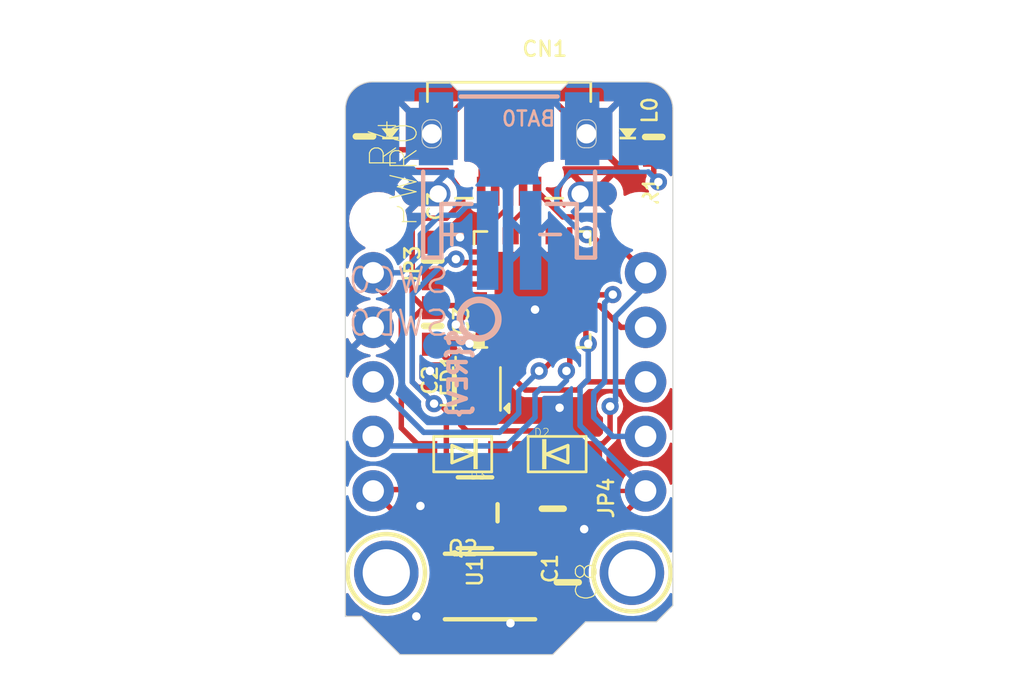
<source format=kicad_pcb>
(kicad_pcb (version 20221018) (generator pcbnew)
  (layers (0 "F.Cu" signal) (1 "In1.Cu" signal) (2 "In2.Cu" signal) (3 "In3.Cu" signal) (4 "In4.Cu" signal) (5 "In5.Cu" signal) (6 "In6.Cu" signal) (7 "In7.Cu" signal) (8 "In8.Cu" signal) (9 "In9.Cu" signal) (10 "In10.Cu" signal) (11 "In11.Cu" signal) (12 "In12.Cu" signal) (13 "In13.Cu" signal) (14 "In14.Cu" signal) (31 "B.Cu" signal) (34 "B.Paste" user) (35 "F.Paste" user) (36 "B.SilkS" user "B.Silkscreen") (37 "F.SilkS" user "F.Silkscreen") (38 "B.Mask" user) (39 "F.Mask" user) (44 "Edge.Cuts" user))
  (net 0 "")
  (net 1 "GND")
  (net 2 "D+")
  (net 3 "D-")
  (net 4 "VBUS")
  (net 5 "N$6")
  (net 6 "VBAT")
  (net 7 "VOUT")
  (net 8 "~{RESET}")
  (net 9 "3.3V")
  (net 10 "N$3")
  (net 11 "N$4")
  (net 12 "D1_A0_PA02")
  (net 13 "N$1")
  (net 14 "VDDCORE")
  (net 15 "A3")
  (net 16 "N$2")
  (net 17 "D0_A4_PA08_SDA")
  (net 18 "N$8")
  (net 19 "D4_A2_PA06_TXD_MOSI")
  (net 20 "D3_A3_PA07_RXD_SCK")
  (net 21 "D2_A1_PA09_SCL_MISO")
  (footprint "working:SOT23-5" (layer "F.Cu") (at 146.9136 111.7346 -90)
    (fp_text reference "U1" (at 1.978 0 90) (layer "F.SilkS") (effects (font (size 0.692831 0.692831) (thickness 0.119969)) (justify right)))
    (fp_text value "AP2112K-3.3")
    (pad "1" smd rect (at -0.95 1.3001 270) (size 0.55 1.2) (layers "F.Cu" "F.Paste" "F.Mask") (net 7 "VOUT"))
    (pad "2" smd rect (at 0 1.3001 270) (size 0.55 1.2) (layers "F.Cu" "F.Paste" "F.Mask") (net 1 "GND"))
    (pad "3" smd rect (at 0.95 1.3001 270) (size 0.55 1.2) (layers "F.Cu" "F.Paste" "F.Mask") (net 7 "VOUT"))
    (pad "4" smd rect (at 0.95 -1.3001 270) (size 0.55 1.2) (layers "F.Cu" "F.Paste" "F.Mask"))
    (pad "5" smd rect (at -0.95 -1.3001 270) (size 0.55 1.2) (layers "F.Cu" "F.Paste" "F.Mask") (net 9 "3.3V"))
  )
  (footprint "working:1X05_ROUND_76" (layer "F.Cu") (at 154.8511 105.6386 90)
    (fp_text reference "JP4" (at -6.4262 -1.8288 90) (layer "F.SilkS") (effects (font (size 0.692831 0.692831) (thickness 0.119969)) (justify left)))
    (fp_text value "")
    (pad "1" thru_hole circle (at -5.08 0 180) (size 1.9304 1.9304) (drill 1) (layers "*.Cu" "*.Mask") (net 9 "3.3V"))
    (pad "2" thru_hole circle (at -2.54 0 180) (size 1.9304 1.9304) (drill 1) (layers "*.Cu" "*.Mask") (net 21 "D2_A1_PA09_SCL_MISO"))
    (pad "3" thru_hole circle (at 0 0 180) (size 1.9304 1.9304) (drill 1) (layers "*.Cu" "*.Mask") (net 12 "D1_A0_PA02"))
    (pad "4" thru_hole circle (at 2.54 0 180) (size 1.9304 1.9304) (drill 1) (layers "*.Cu" "*.Mask") (net 17 "D0_A4_PA08_SDA"))
    (pad "5" thru_hole circle (at 5.08 0 180) (size 1.9304 1.9304) (drill 1) (layers "*.Cu" "*.Mask") (net 4 "VBUS"))
  )
  (footprint "working:0805-NO" (layer "F.Cu") (at 151.2316 114.9731 -90)
    (fp_text reference "C8" (at -1 -0.875 90) (layer "F.SilkS") (effects (font (size 0.96268 0.96268) (thickness 0.05332)) (justify right)))
    (fp_text value "10uF")
    (pad "1" smd rect (at -0.95 0 270) (size 1.24 1.5) (layers "F.Cu" "F.Paste" "F.Mask") (net 9 "3.3V"))
    (pad "2" smd rect (at 0.95 0 270) (size 1.24 1.5) (layers "F.Cu" "F.Paste" "F.Mask") (net 1 "GND"))
  )
  (footprint "working:CHIPLED_0603_NOOUTLINE" (layer "F.Cu") (at 142.9766 94.0816 180)
    (fp_text reference "PWR0" (at -0.635 0.635 90) (layer "F.SilkS") (effects (font (size 1.21668 1.21668) (thickness 0.05332)) (justify right)))
    (fp_text value "green")
    (pad "A" smd rect (at 0 0.75 180) (size 0.8 0.8) (layers "F.Cu" "F.Paste" "F.Mask") (net 5 "N$6"))
    (pad "C" smd rect (at 0 -0.75 180) (size 0.8 0.8) (layers "F.Cu" "F.Paste" "F.Mask") (net 1 "GND"))
  )
  (footprint "working:SOD-123FL" (layer "F.Cu") (at 150.7363 109.0041)
    (fp_text reference "D2" (at -1.1 -1) (layer "F.SilkS") (effects (font (size 0.376489 0.376489) (thickness 0.029911)) (justify left)))
    (fp_text value "SCHOTTKY")
    (pad "A" smd rect (at 1.6375 0) (size 0.91 1.22) (layers "F.Cu" "F.Paste" "F.Mask") (net 4 "VBUS"))
    (pad "C" smd rect (at -1.6375 0) (size 0.91 1.22) (layers "F.Cu" "F.Paste" "F.Mask") (net 7 "VOUT"))
  )
  (footprint "working:4UCONN_20329_V2" (layer "F.Cu") (at 148.5011 95.9866 180)
    (fp_text reference "CN1" (at -2.778 5.852) (layer "F.SilkS") (effects (font (size 0.692831 0.692831) (thickness 0.119969)) (justify right)))
    (fp_text value "4U#20329")
    (fp_line (start -4.05 2.15) (end -4.05 1.6) (stroke (width 0.05)) (layer "Edge.Cuts"))
    (fp_line (start -3.7 1.25) (end -3.5 1.25) (stroke (width 0.05)) (layer "Edge.Cuts"))
    (fp_line (start -3.5 2.55) (end -3.7 2.55) (stroke (width 0.05)) (layer "Edge.Cuts"))
    (fp_line (start -3.15 1.6) (end -3.15 2.15) (stroke (width 0.05)) (layer "Edge.Cuts"))
    (fp_line (start 3.15 2.2) (end 3.15 1.6) (stroke (width 0.05)) (layer "Edge.Cuts"))
    (fp_line (start 4.05 1.6) (end 4.05 2.2) (stroke (width 0.05)) (layer "Edge.Cuts"))
    (fp_arc (start -4.05 1.6) (mid -3.947487 1.352513) (end -3.7 1.25) (stroke (width 0.05)) (layer "Edge.Cuts"))
    (fp_arc (start -3.7 2.55) (mid -3.957843 2.422487) (end -4.05 2.15) (stroke (width 0.05)) (layer "Edge.Cuts"))
    (fp_arc (start -3.5 1.25) (mid -3.252513 1.352513) (end -3.15 1.6) (stroke (width 0.05)) (layer "Edge.Cuts"))
    (fp_arc (start -3.15 2.15) (mid -3.242157 2.422487) (end -3.5 2.55) (stroke (width 0.05)) (layer "Edge.Cuts"))
    (fp_arc (start 3.15 1.6) (mid 3.302513 1.331802) (end 3.6 1.25) (stroke (width 0.05)) (layer "Edge.Cuts"))
    (fp_arc (start 3.6 1.25) (mid 3.897487 1.331802) (end 4.05 1.6) (stroke (width 0.05)) (layer "Edge.Cuts"))
    (fp_arc (start 3.6 2.55) (mid 3.302513 2.468198) (end 3.15 2.2) (stroke (width 0.05)) (layer "Edge.Cuts"))
    (fp_arc (start 4.05 2.2) (mid 3.897487 2.468198) (end 3.6 2.55) (stroke (width 0.05)) (layer "Edge.Cuts"))
    (pad "" np_thru_hole circle (at -1.95 0 180) (size 0.7 0.7) (drill 0.7) (layers "*.Cu" "*.Mask"))
    (pad "" np_thru_hole circle (at 1.95 0 180) (size 0.7 0.7) (drill 0.7) (layers "*.Cu" "*.Mask"))
    (pad "BASE@1" smd rect (at -0.75 2 270) (size 2 1) (layers "F.Cu" "F.Paste" "F.Mask") (net 1 "GND"))
    (pad "BASE@2" smd rect (at 0.75 2 270) (size 2 1) (layers "F.Cu" "F.Paste" "F.Mask") (net 1 "GND"))
    (pad "D+" smd rect (at 0 -0.775 180) (size 0.4 1.35) (layers "F.Cu") (net 2 "D+"))
    (pad "D-" smd rect (at -0.65 -0.775 180) (size 0.4 1.35) (layers "F.Cu") (net 3 "D-"))
    (pad "GND" smd rect (at 1.3 -0.775 180) (size 0.4 1.35) (layers "F.Cu") (net 1 "GND"))
    (pad "ID" smd rect (at 0.65 -0.775 180) (size 0.4 1.35) (layers "F.Cu"))
    (pad "SPRT@1" thru_hole oval (at -3.3 -0.9) (size 2.286 1.143) (drill 0.8 (offset 0.5715 0)) (layers "*.Cu" "*.Mask") (net 1 "GND"))
    (pad "SPRT@2" thru_hole oval (at 3.3 -0.9 180) (size 2.286 1.143) (drill 0.8 (offset 0.5715 0)) (layers "*.Cu" "*.Mask") (net 1 "GND"))
    (pad "SPRT@3" thru_hole rect (at -3.6 1.9 270) (size 2.413 2.413) (drill 0.9) (layers "*.Cu" "*.Mask") (net 1 "GND"))
    (pad "SPRT@4" thru_hole rect (at 3.6 1.9 270) (size 2.413 2.413) (drill 0.9) (layers "*.Cu" "*.Mask") (net 1 "GND"))
    (pad "VBUS" smd rect (at -1.3 -0.775 180) (size 0.4 1.35) (layers "F.Cu") (net 4 "VBUS"))
  )
  (footprint "" (layer "F.Cu") (at 154.5971 98.1456)
    (fp_text reference "@HOLE1" hide)
    (fp_text value "" (at 0 0) (layer "F.SilkS") (effects (font (size 1.27 1.27))))
    (pad "" np_thru_hole circle (at 0 0) (size 2.2 2.2) (drill 2.2) (layers "*.Cu" "*.Mask"))
  )
  (footprint "working:APA102_2020" (layer "F.Cu") (at 146.997419 105.9688 90)
    (fp_text reference "LED1" (at -1 -1.3 90) (layer "F.SilkS") (effects (font (size 0.692831 0.692831) (thickness 0.119969)) (justify left)))
    (fp_text value "AP102-2020")
    (pad "1" smd rect (at -0.95 0.75 270) (size 0.7 0.35) (layers "F.Cu" "F.Paste" "F.Mask"))
    (pad "2" smd rect (at -0.95 0 270) (size 0.7 0.35) (layers "F.Cu" "F.Paste" "F.Mask"))
    (pad "3" smd rect (at -0.95 -0.75 270) (size 0.7 0.35) (layers "F.Cu" "F.Paste" "F.Mask") (net 9 "3.3V"))
    (pad "4" smd rect (at 0.95 -0.75 270) (size 0.7 0.35) (layers "F.Cu" "F.Paste" "F.Mask") (net 1 "GND"))
    (pad "5" smd rect (at 0.95 0 270) (size 0.7 0.35) (layers "F.Cu" "F.Paste" "F.Mask") (net 18 "N$8"))
    (pad "6" smd rect (at 0.95 0.75 270) (size 0.7 0.35) (layers "F.Cu" "F.Paste" "F.Mask") (net 15 "A3"))
  )
  (footprint "" (layer "F.Cu") (at 142.4051 98.1456)
    (fp_text reference "@HOLE0" hide)
    (fp_text value "" (at 0 0) (layer "F.SilkS") (effects (font (size 1.27 1.27))))
    (pad "" np_thru_hole circle (at 0 0) (size 2.2 2.2) (drill 2.2) (layers "*.Cu" "*.Mask"))
  )
  (footprint "working:0603-NO" (layer "F.Cu") (at 144.9451 103.0351 -90)
    (fp_text reference "C2" (at 1.778 0.127 90) (layer "F.SilkS") (effects (font (size 0.692831 0.692831) (thickness 0.119969)) (justify right)))
    (fp_text value "1uF")
    (pad "1" smd rect (at -0.85 0 270) (size 1.075 1) (layers "F.Cu" "F.Paste" "F.Mask") (net 9 "3.3V"))
    (pad "2" smd rect (at 0.85 0 270) (size 1.075 1) (layers "F.Cu" "F.Paste" "F.Mask") (net 1 "GND"))
  )
  (footprint "working:SOD-123FL" (layer "F.Cu") (at 146.3421 109.0041 180)
    (fp_text reference "D3" (at -1.1 -1) (layer "F.SilkS") (effects (font (size 0.376489 0.376489) (thickness 0.029911)) (justify right)))
    (fp_text value "SCHOTTKY")
    (pad "A" smd rect (at 1.6375 0 180) (size 0.91 1.22) (layers "F.Cu" "F.Paste" "F.Mask") (net 6 "VBAT"))
    (pad "C" smd rect (at -1.6375 0 180) (size 0.91 1.22) (layers "F.Cu" "F.Paste" "F.Mask") (net 7 "VOUT"))
  )
  (footprint "working:TRINKET_M0_TOP" (layer "F.Cu") (at 140.8811 118.3386)
    (fp_text reference "U$20" hide)
    (fp_text value "" hide)
  )
  (footprint "working:1X05_ROUND_76" (layer "F.Cu") (at 142.1765 105.6386 -90)
    (fp_text reference "JP3" (at -6.4262 -1.8288 90) (layer "F.SilkS") (effects (font (size 0.692831 0.692831) (thickness 0.119969)) (justify right)))
    (fp_text value "")
    (pad "1" thru_hole circle (at -5.08 0) (size 1.9304 1.9304) (drill 1) (layers "*.Cu" "*.Mask") (net 6 "VBAT"))
    (pad "2" thru_hole circle (at -2.54 0) (size 1.9304 1.9304) (drill 1) (layers "*.Cu" "*.Mask") (net 1 "GND"))
    (pad "3" thru_hole circle (at 0 0) (size 1.9304 1.9304) (drill 1) (layers "*.Cu" "*.Mask") (net 19 "D4_A2_PA06_TXD_MOSI"))
    (pad "4" thru_hole circle (at 2.54 0) (size 1.9304 1.9304) (drill 1) (layers "*.Cu" "*.Mask") (net 20 "D3_A3_PA07_RXD_SCK"))
    (pad "5" thru_hole circle (at 5.08 0) (size 1.9304 1.9304) (drill 1) (layers "*.Cu" "*.Mask") (net 8 "~{RESET}"))
  )
  (footprint "working:MOUNTINGHOLE_2.0_PLATED" (layer "F.Cu") (at 154.2161 114.5286)
    (fp_text reference "U$9" hide)
    (fp_text value "MOUNTINGHOLE2.0" hide)
    (pad "P$1" thru_hole circle (at 0 0) (size 3 3) (drill 2.2) (layers "*.Cu" "*.Mask"))
    (zone (net 0) (net_name "") (layer "F.Cu") (connect_pads (clearance 0)) (min_thickness 0.25)
      (keepout (tracks not_allowed) (vias not_allowed) (pads not_allowed) (copperpour not_allowed) (footprints allowed))
      (fill (thermal_gap 0.5) (thermal_bridge_width 0.5))
      (polygon (pts (xy 156.2321 114.5286) (xy 156.21248 114.248027) (xy 156.154004 113.972915) (xy 156.057808 113.708619) (xy 155.925765 113.460283) (xy 155.760446 113.23274) (xy 155.565067 113.03042) (xy 155.343433 112.85726) (xy 155.099856 112.716631) (xy 154.839078 112.61127) (xy 154.566175 112.543228) (xy 154.286457 112.513828) (xy 154.005371 112.523644) (xy 153.728385 112.572484) (xy 153.460893 112.659397) (xy 153.2081 112.782693) (xy 152.974926 112.93997) (xy 152.765911 113.128169) (xy 152.585122 113.343625) (xy 152.436078 113.582145) (xy 152.32168 113.839087) (xy 152.244154 114.10945) (xy 152.205011 114.387971) (xy 152.205011 114.669229) (xy 152.244154 114.94775) (xy 152.32168 115.218113) (xy 152.436078 115.475055) (xy 152.585122 115.713575) (xy 152.765911 115.929031) (xy 152.974926 116.11723) (xy 153.2081 116.274507) (xy 153.460893 116.397803) (xy 153.728385 116.484716) (xy 154.005371 116.533556) (xy 154.286457 116.543372) (xy 154.566175 116.513972) (xy 154.839078 116.44593) (xy 155.099856 116.340569) (xy 155.343433 116.19994) (xy 155.565067 116.02678) (xy 155.760446 115.82446) (xy 155.925765 115.596917) (xy 156.057808 115.348581) (xy 156.154004 115.084285) (xy 156.21248 114.809173)))
      (polygon (pts (xy 154.2001 114.5286) (xy 154.204786 114.539914) (xy 154.2161 114.5446) (xy 154.227414 114.539914) (xy 154.2321 114.5286) (xy 154.227414 114.517286) (xy 154.2161 114.5126) (xy 154.204786 114.517286)))
    )
    (zone (net 0) (net_name "") (layer "B.Cu") (connect_pads (clearance 0)) (min_thickness 0.25)
      (keepout (tracks not_allowed) (vias not_allowed) (pads not_allowed) (copperpour not_allowed) (footprints allowed))
      (fill (thermal_gap 0.5) (thermal_bridge_width 0.5))
      (polygon (pts (xy 156.2321 114.5286) (xy 156.21248 114.248027) (xy 156.154004 113.972915) (xy 156.057808 113.708619) (xy 155.925765 113.460283) (xy 155.760446 113.23274) (xy 155.565067 113.03042) (xy 155.343433 112.85726) (xy 155.099856 112.716631) (xy 154.839078 112.61127) (xy 154.566175 112.543228) (xy 154.286457 112.513828) (xy 154.005371 112.523644) (xy 153.728385 112.572484) (xy 153.460893 112.659397) (xy 153.2081 112.782693) (xy 152.974926 112.93997) (xy 152.765911 113.128169) (xy 152.585122 113.343625) (xy 152.436078 113.582145) (xy 152.32168 113.839087) (xy 152.244154 114.10945) (xy 152.205011 114.387971) (xy 152.205011 114.669229) (xy 152.244154 114.94775) (xy 152.32168 115.218113) (xy 152.436078 115.475055) (xy 152.585122 115.713575) (xy 152.765911 115.929031) (xy 152.974926 116.11723) (xy 153.2081 116.274507) (xy 153.460893 116.397803) (xy 153.728385 116.484716) (xy 154.005371 116.533556) (xy 154.286457 116.543372) (xy 154.566175 116.513972) (xy 154.839078 116.44593) (xy 155.099856 116.340569) (xy 155.343433 116.19994) (xy 155.565067 116.02678) (xy 155.760446 115.82446) (xy 155.925765 115.596917) (xy 156.057808 115.348581) (xy 156.154004 115.084285) (xy 156.21248 114.809173)))
      (polygon (pts (xy 154.2001 114.5286) (xy 154.204786 114.539914) (xy 154.2161 114.5446) (xy 154.227414 114.539914) (xy 154.2321 114.5286) (xy 154.227414 114.517286) (xy 154.2161 114.5126) (xy 154.204786 114.517286)))
    )
  )
  (footprint "working:FIDUCIAL_1MM" (layer "F.Cu") (at 147.2946 115.2906)
    (fp_text reference "U$6" hide)
    (fp_text value "FIDUCIAL_1MM" hide)
    (pad "1" smd roundrect (at 0 0) (size 1 1) (layers "F.Cu" "F.Mask") (roundrect_rratio 0.5))
  )
  (footprint "working:CHIPLED_0603_NOOUTLINE" (layer "F.Cu") (at 154.0256 94.0816 180)
    (fp_text reference "L0" (at -1.016 1.778 90) (layer "F.SilkS") (effects (font (size 0.692831 0.692831) (thickness 0.119969)) (justify right)))
    (fp_text value "red")
    (pad "A" smd rect (at 0 0.75 180) (size 0.8 0.8) (layers "F.Cu" "F.Paste" "F.Mask") (net 13 "N$1"))
    (pad "C" smd rect (at 0 -0.75 180) (size 0.8 0.8) (layers "F.Cu" "F.Paste" "F.Mask") (net 1 "GND"))
  )
  (footprint "working:MOUNTINGHOLE_2.0_PLATED" (layer "F.Cu") (at 142.7861 114.5286)
    (fp_text reference "U$8" hide)
    (fp_text value "MOUNTINGHOLE2.0" hide)
    (pad "P$1" thru_hole circle (at 0 0) (size 3 3) (drill 2.2) (layers "*.Cu" "*.Mask"))
    (zone (net 0) (net_name "") (layer "F.Cu") (connect_pads (clearance 0)) (min_thickness 0.25)
      (keepout (tracks not_allowed) (vias not_allowed) (pads not_allowed) (copperpour not_allowed) (footprints allowed))
      (fill (thermal_gap 0.5) (thermal_bridge_width 0.5))
      (polygon (pts (xy 144.8021 114.5286) (xy 144.78248 114.248027) (xy 144.724004 113.972915) (xy 144.627808 113.708619) (xy 144.495765 113.460283) (xy 144.330446 113.23274) (xy 144.135067 113.03042) (xy 143.913433 112.85726) (xy 143.669856 112.716631) (xy 143.409078 112.61127) (xy 143.136175 112.543228) (xy 142.856457 112.513828) (xy 142.575371 112.523644) (xy 142.298385 112.572484) (xy 142.030893 112.659397) (xy 141.7781 112.782693) (xy 141.544926 112.93997) (xy 141.335911 113.128169) (xy 141.155122 113.343625) (xy 141.006078 113.582145) (xy 140.89168 113.839087) (xy 140.814154 114.10945) (xy 140.775011 114.387971) (xy 140.775011 114.669229) (xy 140.814154 114.94775) (xy 140.89168 115.218113) (xy 141.006078 115.475055) (xy 141.155122 115.713575) (xy 141.335911 115.929031) (xy 141.544926 116.11723) (xy 141.7781 116.274507) (xy 142.030893 116.397803) (xy 142.298385 116.484716) (xy 142.575371 116.533556) (xy 142.856457 116.543372) (xy 143.136175 116.513972) (xy 143.409078 116.44593) (xy 143.669856 116.340569) (xy 143.913433 116.19994) (xy 144.135067 116.02678) (xy 144.330446 115.82446) (xy 144.495765 115.596917) (xy 144.627808 115.348581) (xy 144.724004 115.084285) (xy 144.78248 114.809173)))
      (polygon (pts (xy 142.7701 114.5286) (xy 142.774786 114.539914) (xy 142.7861 114.5446) (xy 142.797414 114.539914) (xy 142.8021 114.5286) (xy 142.797414 114.517286) (xy 142.7861 114.5126) (xy 142.774786 114.517286)))
    )
    (zone (net 0) (net_name "") (layer "B.Cu") (connect_pads (clearance 0)) (min_thickness 0.25)
      (keepout (tracks not_allowed) (vias not_allowed) (pads not_allowed) (copperpour not_allowed) (footprints allowed))
      (fill (thermal_gap 0.5) (thermal_bridge_width 0.5))
      (polygon (pts (xy 144.8021 114.5286) (xy 144.78248 114.248027) (xy 144.724004 113.972915) (xy 144.627808 113.708619) (xy 144.495765 113.460283) (xy 144.330446 113.23274) (xy 144.135067 113.03042) (xy 143.913433 112.85726) (xy 143.669856 112.716631) (xy 143.409078 112.61127) (xy 143.136175 112.543228) (xy 142.856457 112.513828) (xy 142.575371 112.523644) (xy 142.298385 112.572484) (xy 142.030893 112.659397) (xy 141.7781 112.782693) (xy 141.544926 112.93997) (xy 141.335911 113.128169) (xy 141.155122 113.343625) (xy 141.006078 113.582145) (xy 140.89168 113.839087) (xy 140.814154 114.10945) (xy 140.775011 114.387971) (xy 140.775011 114.669229) (xy 140.814154 114.94775) (xy 140.89168 115.218113) (xy 141.006078 115.475055) (xy 141.155122 115.713575) (xy 141.335911 115.929031) (xy 141.544926 116.11723) (xy 141.7781 116.274507) (xy 142.030893 116.397803) (xy 142.298385 116.484716) (xy 142.575371 116.533556) (xy 142.856457 116.543372) (xy 143.136175 116.513972) (xy 143.409078 116.44593) (xy 143.669856 116.340569) (xy 143.913433 116.19994) (xy 144.135067 116.02678) (xy 144.330446 115.82446) (xy 144.495765 115.596917) (xy 144.627808 115.348581) (xy 144.724004 115.084285) (xy 144.78248 114.809173)))
      (polygon (pts (xy 142.7701 114.5286) (xy 142.774786 114.539914) (xy 142.7861 114.5446) (xy 142.797414 114.539914) (xy 142.8021 114.5286) (xy 142.797414 114.517286) (xy 142.7861 114.5126) (xy 142.774786 114.517286)))
    )
  )
  (footprint "working:0603-NO" (layer "F.Cu") (at 155.2321 94.234 -90)
    (fp_text reference "R1" (at 1.778004 0.127 90) (layer "F.SilkS") (effects (font (size 0.692831 0.692831) (thickness 0.119969)) (justify right)))
    (fp_text value "1.5K")
    (pad "1" smd rect (at -0.85 0 270) (size 1.075 1) (layers "F.Cu" "F.Paste" "F.Mask") (net 13 "N$1"))
    (pad "2" smd rect (at 0.85 0 270) (size 1.075 1) (layers "F.Cu" "F.Paste" "F.Mask") (net 16 "N$2"))
  )
  (footprint "working:BTN_KMR2_4.6X2.8" (layer "F.Cu") (at 147.6121 115.168681)
    (fp_text reference "Q2" (at -2.032 -1.778) (layer "F.SilkS") (effects (font (size 0.692831 0.692831) (thickness 0.119969)) (justify left)))
    (fp_text value "reset")
    (pad "A" smd rect (at 2.05 -0.8) (size 0.9 0.9) (layers "F.Cu" "F.Paste" "F.Mask") (net 8 "~{RESET}"))
    (pad "A'" smd rect (at -2.05 -0.8) (size 0.9 0.9) (layers "F.Cu" "F.Paste" "F.Mask") (net 8 "~{RESET}"))
    (pad "B" smd rect (at 2.05 0.8) (size 0.9 0.9) (layers "F.Cu" "F.Paste" "F.Mask") (net 1 "GND"))
    (pad "B'" smd rect (at -2.05 0.8) (size 0.9 0.9) (layers "F.Cu" "F.Paste" "F.Mask") (net 1 "GND"))
  )
  (footprint "working:QFN32_5MM" (layer "F.Cu") (at 149.572981 101.335841 90)
    (fp_text reference "IC3" (at -2.54 -3.297999 90) (layer "F.SilkS") (effects (font (size 0.692831 0.692831) (thickness 0.119969)) (justify left)))
    (fp_text value "ATSAMD21E")
    (pad "1" smd rect (at -2.5 -1.75 180) (size 0.25 0.8) (layers "F.Cu" "F.Paste") (net 15 "A3"))
    (pad "2" smd rect (at -2.5 -1.25 180) (size 0.25 0.8) (layers "F.Cu" "F.Paste") (net 18 "N$8"))
    (pad "3" smd rect (at -2.5 -0.75 180) (size 0.25 0.8) (layers "F.Cu" "F.Paste") (net 12 "D1_A0_PA02"))
    (pad "4" smd rect (at -2.5 -0.25 180) (size 0.25 0.8) (layers "F.Cu" "F.Paste"))
    (pad "5" smd rect (at -2.5 0.25 180) (size 0.25 0.8) (layers "F.Cu" "F.Paste"))
    (pad "6" smd rect (at -2.5 0.75 180) (size 0.25 0.8) (layers "F.Cu" "F.Paste"))
    (pad "7" smd rect (at -2.5 1.25 180) (size 0.25 0.8) (layers "F.Cu" "F.Paste") (net 19 "D4_A2_PA06_TXD_MOSI"))
    (pad "8" smd rect (at -2.5 1.75 180) (size 0.25 0.8) (layers "F.Cu" "F.Paste") (net 20 "D3_A3_PA07_RXD_SCK"))
    (pad "9" smd rect (at -1.75 2.5 270) (size 0.25 0.8) (layers "F.Cu" "F.Paste") (net 9 "3.3V"))
    (pad "10" smd rect (at -1.25 2.5 270) (size 0.25 0.8) (layers "F.Cu" "F.Paste") (net 1 "GND"))
    (pad "11" smd rect (at -0.75 2.5 270) (size 0.25 0.8) (layers "F.Cu" "F.Paste") (net 17 "D0_A4_PA08_SDA"))
    (pad "12" smd rect (at -0.25 2.5 270) (size 0.25 0.8) (layers "F.Cu" "F.Paste") (net 21 "D2_A1_PA09_SCL_MISO"))
    (pad "13" smd rect (at 0.25 2.5 270) (size 0.25 0.8) (layers "F.Cu" "F.Paste") (net 16 "N$2"))
    (pad "14" smd rect (at 0.75 2.5 270) (size 0.25 0.8) (layers "F.Cu" "F.Paste"))
    (pad "15" smd rect (at 1.25 2.5 270) (size 0.25 0.8) (layers "F.Cu" "F.Paste"))
    (pad "16" smd rect (at 1.75 2.5 270) (size 0.25 0.8) (layers "F.Cu" "F.Paste"))
    (pad "17" smd rect (at 2.5 1.75) (size 0.25 0.8) (layers "F.Cu" "F.Paste"))
    (pad "18" smd rect (at 2.5 1.25) (size 0.25 0.8) (layers "F.Cu" "F.Paste"))
    (pad "19" smd rect (at 2.5 0.75) (size 0.25 0.8) (layers "F.Cu" "F.Paste"))
    (pad "20" smd rect (at 2.5 0.25) (size 0.25 0.8) (layers "F.Cu" "F.Paste"))
    (pad "21" smd rect (at 2.5 -0.25) (size 0.25 0.8) (layers "F.Cu" "F.Paste"))
    (pad "22" smd rect (at 2.5 -0.75) (size 0.25 0.8) (layers "F.Cu" "F.Paste"))
    (pad "23" smd rect (at 2.5 -1.25) (size 0.25 0.8) (layers "F.Cu" "F.Paste") (net 3 "D-"))
    (pad "24" smd rect (at 2.5 -1.75) (size 0.25 0.8) (layers "F.Cu" "F.Paste") (net 2 "D+"))
    (pad "25" smd rect (at 1.75 -2.5 90) (size 0.25 0.8) (layers "F.Cu" "F.Paste"))
    (pad "26" smd rect (at 1.25 -2.5 90) (size 0.25 0.8) (layers "F.Cu" "F.Paste") (net 8 "~{RESET}"))
    (pad "27" smd rect (at 0.75 -2.5 90) (size 0.25 0.8) (layers "F.Cu" "F.Paste"))
    (pad "28" smd rect (at 0.25 -2.5 90) (size 0.25 0.8) (layers "F.Cu" "F.Paste") (net 1 "GND"))
    (pad "29" smd rect (at -0.25 -2.5 90) (size 0.25 0.8) (layers "F.Cu" "F.Paste") (net 14 "VDDCORE"))
    (pad "30" smd rect (at -0.75 -2.5 90) (size 0.25 0.8) (layers "F.Cu" "F.Paste") (net 9 "3.3V"))
    (pad "31" smd rect (at -1.25 -2.5 90) (size 0.25 0.8) (layers "F.Cu" "F.Paste") (net 10 "N$3"))
    (pad "32" smd rect (at -1.75 -2.5 90) (size 0.25 0.8) (layers "F.Cu" "F.Paste") (net 11 "N$4"))
    (pad "33" smd roundrect (at 0 0 90) (size 3.5 3.5) (layers "F.Cu" "F.Mask") (roundrect_rratio 0.05) (net 1 "GND"))
  )
  (footprint "working:0805-NO" (layer "F.Cu") (at 150.5331 111.5441 -90)
    (fp_text reference "C1" (at 2.032 0.127 90) (layer "F.SilkS") (effects (font (size 0.692831 0.692831) (thickness 0.119969)) (justify right)))
    (fp_text value "10uF")
    (pad "1" smd rect (at -0.95 0 270) (size 1.24 1.5) (layers "F.Cu" "F.Paste" "F.Mask") (net 7 "VOUT"))
    (pad "2" smd rect (at 0.95 0 270) (size 1.24 1.5) (layers "F.Cu" "F.Paste" "F.Mask") (net 1 "GND"))
  )
  (footprint "working:0603-NO" (layer "F.Cu") (at 144.9451 99.9871 90)
    (fp_text reference "C3" (at 1.778 0.127 90) (layer "F.SilkS") (effects (font (size 0.692831 0.692831) (thickness 0.119969)) (justify left)))
    (fp_text value "1uF")
    (pad "1" smd rect (at -0.85 0 90) (size 1.075 1) (layers "F.Cu" "F.Paste" "F.Mask") (net 14 "VDDCORE"))
    (pad "2" smd rect (at 0.85 0 90) (size 1.075 1) (layers "F.Cu" "F.Paste" "F.Mask") (net 1 "GND"))
  )
  (footprint "working:0603-NO" (layer "F.Cu") (at 141.7701 94.2086 -90)
    (fp_text reference "R4" (at -0.889 -0.889 90) (layer "F.SilkS") (effects (font (size 1.21668 1.21668) (thickness 0.05332)) (justify right)))
    (fp_text value "10K")
    (pad "1" smd rect (at -0.85 0 270) (size 1.075 1) (layers "F.Cu" "F.Paste" "F.Mask") (net 5 "N$6"))
    (pad "2" smd rect (at 0.85 0 270) (size 1.075 1) (layers "F.Cu" "F.Paste" "F.Mask") (net 9 "3.3V"))
  )
  (footprint "working:JSTPH2" (layer "B.Cu") (at 148.5011 95.3516 180)
    (fp_text reference "BAT0" (at -2.2225 1.9685) (layer "B.SilkS") (effects (font (size 0.692831 0.692831) (thickness 0.119969)) (justify left mirror)))
    (fp_text value "JST-2PH")
    (pad "1" smd rect (at -1 -3.7 180) (size 1 4.6) (layers "B.Cu" "B.Paste" "B.Mask") (net 1 "GND"))
    (pad "2" smd rect (at 1 -3.7 180) (size 1 4.6) (layers "B.Cu" "B.Paste" "B.Mask") (net 6 "VBAT"))
    (pad "NC1" smd rect (at -3.4 1.5 90) (size 3.4 1.6) (layers "B.Cu" "B.Paste" "B.Mask"))
    (pad "NC2" smd rect (at 3.4 1.5 90) (size 3.4 1.6) (layers "B.Cu" "B.Paste" "B.Mask"))
  )
  (footprint "working:B1,27" (layer "B.Cu") (at 145.1356 101.9302 180)
    (fp_text reference "SWC0" (at -0.635 1.016) (layer "B.SilkS") (effects (font (size 1.1557 1.1557) (thickness 0.1143)) (justify left mirror)))
    (fp_text value "TPB1,27")
    (pad "TP" smd roundrect (at 0 0 180) (size 1.27 1.27) (layers "B.Cu" "B.Mask") (roundrect_rratio 0.5) (net 10 "N$3"))
  )
  (footprint "working:TRINKET_M0_BOTTOM" (layer "B.Cu") (at 156.1211 118.3386 180)
    (fp_text reference "U$1" hide)
    (fp_text value "" hide)
  )
  (footprint "working:B1,27" (layer "B.Cu") (at 145.1356 103.9241 180)
    (fp_text reference "SWD0" (at -0.635 1.016) (layer "B.SilkS") (effects (font (size 1.1557 1.1557) (thickness 0.1143)) (justify left mirror)))
    (fp_text value "TPB1,27")
    (pad "TP" smd roundrect (at 0 0 180) (size 1.27 1.27) (layers "B.Cu" "B.Mask") (roundrect_rratio 0.5) (net 11 "N$4"))
  )
  (footprint "working:PCBFEAT-REV-040" (layer "B.Cu") (at 147.1041 102.7176 90)
    (fp_text reference "U$12" hide)
    (fp_text value "" hide)
    (fp_text user "${REV}" (at -0.3556 -0.508 270) (layer "B.SilkS") (effects (font (size 0.8128 0.8128) (thickness 0.2032)) (justify left bottom mirror)))
  )
  (gr_line (start 150.9141 92.0496) (end 151.2951 91.6686) (stroke (width 0.05)) (layer "Edge.Cuts"))
  (gr_line (start 151.2951 91.6686) (end 154.8511 91.6686) (stroke (width 0.05)) (layer "Edge.Cuts"))
  (gr_arc (start 154.8511 91.6686) (mid 155.749126 92.040574) (end 156.1211 92.9386) (stroke (width 0.05)) (layer "Edge.Cuts"))
  (gr_line (start 150.5331 118.3386) (end 143.4211 118.3386) (stroke (width 0.05)) (layer "Edge.Cuts"))
  (gr_line (start 152.0571 116.8146) (end 150.5331 118.3386) (stroke (width 0.05)) (layer "Edge.Cuts"))
  (gr_line (start 143.4211 118.3386) (end 141.6431 116.5606) (stroke (width 0.05)) (layer "Edge.Cuts"))
  (gr_arc (start 140.8811 92.9386) (mid 141.253074 92.040574) (end 142.1511 91.6686) (stroke (width 0.05)) (layer "Edge.Cuts"))
  (gr_line (start 156.1211 116.0526) (end 155.3591 116.8146) (stroke (width 0.05)) (layer "Edge.Cuts"))
  (gr_line (start 142.1511 91.6686) (end 145.7071 91.6686) (stroke (width 0.05)) (layer "Edge.Cuts"))
  (gr_line (start 155.3591 116.8146) (end 152.0571 116.8146) (stroke (width 0.05)) (layer "Edge.Cuts"))
  (gr_line (start 156.1211 92.9386) (end 156.1211 116.0526) (stroke (width 0.05)) (layer "Edge.Cuts"))
  (gr_line (start 146.0881 92.0496) (end 150.9141 92.0496) (stroke (width 0.05)) (layer "Edge.Cuts"))
  (gr_line (start 145.7071 91.6686) (end 146.0881 92.0496) (stroke (width 0.05)) (layer "Edge.Cuts"))
  (gr_line (start 141.6431 116.5606) (end 140.8811 116.5606) (stroke (width 0.05)) (layer "Edge.Cuts"))
  (gr_line (start 140.8811 116.5606) (end 140.8811 92.9386) (stroke (width 0.05)) (layer "Edge.Cuts"))
  (gr_text "+" (at 146.7231 99.4156) (layer "B.SilkS") (effects (font (size 1.251712 1.251712) (thickness 0.170688)) (justify left bottom mirror)))
  (gr_text "-" (at 151.2951 99.4156) (layer "B.SilkS") (effects (font (size 1.251712 1.251712) (thickness 0.170688)) (justify left bottom mirror)))
  (segment (start 149.322981 101.085841) (end 149.418652 101.104871) (width 0.254) (layer "F.Cu") (net 1))
  (segment (start 149.7076 102.458841) (end 149.7076 102.2731) (width 0.254) (layer "F.Cu") (net 1))
  (segment (start 149.900659 102.562035) (end 149.799199 102.494241) (width 0.254) (layer "F.Cu") (net 1))
  (segment (start 149.499758 101.159064) (end 149.572981 101.335841) (width 0.254) (layer "F.Cu") (net 1))
  (segment (start 150.02034 102.585841) (end 149.900659 102.562035) (width 0.254) (layer "F.Cu") (net 1))
  (segment (start 149.322981 101.085841) (end 149.322981 101.085841) (width 0.254) (layer "F.Cu") (net 1))
  (segment (start 152.072981 102.585841) (end 150.02034 102.585841) (width 0.254) (layer "F.Cu") (net 1))
  (segment (start 147.2011 95.7626) (end 147.7511 95.2126) (width 0.254) (layer "F.Cu") (net 1))
  (segment (start 144.1561 94.8316) (end 144.9011 94.0866) (width 0.254) (layer "F.Cu") (net 1))
  (segment (start 149.799199 102.494241) (end 149.7076 102.2731) (width 0.254) (layer "F.Cu") (net 1))
  (segment (start 149.572981 101.335841) (end 149.572981 102.138482) (width 0.254) (layer "F.Cu") (net 1))
  (segment (start 149.418652 101.104871) (end 149.499758 101.159064) (width 0.254) (layer "F.Cu") (net 1))
  (segment (start 147.072982 101.085841) (end 149.322981 101.085841) (width 0.254) (layer "F.Cu") (net 1))
  (segment (start 149.572981 102.138482) (end 149.7076 102.2731) (width 0.254) (layer "F.Cu") (net 1))
  (segment (start 150.02034 102.585841) (end 150.02034 102.585841) (width 0.254) (layer "F.Cu") (net 1))
  (segment (start 147.2011 96.7616) (end 147.2011 95.7626) (width 0.254) (layer "F.Cu") (net 1))
  (segment (start 142.9766 94.8316) (end 144.1561 94.8316) (width 0.254) (layer "F.Cu") (net 1))
  (segment (start 147.7511 95.2126) (end 147.7511 93.9866) (width 0.254) (layer "F.Cu") (net 1))
  (via (at 150.8506 106.8451) (size 0.8001) (drill 0.3937) (layers "F.Cu" "B.Cu") (net 1))
  (via (at 144.8181 105.1306) (size 0.8001) (drill 0.3937) (layers "F.Cu" "B.Cu") (net 1))
  (via (at 149.7076 102.2731) (size 0.8001) (drill 0.3937) (layers "F.Cu" "B.Cu") (net 1))
  (via (at 144.3736 111.4171) (size 0.8001) (drill 0.3937) (layers "F.Cu" "B.Cu") (net 1))
  (via (at 146.2151 98.9076) (size 0.8001) (drill 0.3937) (layers "F.Cu" "B.Cu") (net 1))
  (via (at 151.9936 112.4966) (size 0.8001) (drill 0.3937) (layers "F.Cu" "B.Cu") (net 1))
  (via (at 148.5646 116.8781) (size 0.8001) (drill 0.3937) (layers "F.Cu" "B.Cu") (net 1))
  (via (at 144.1831 116.5606) (size 0.8001) (drill 0.3937) (layers "F.Cu" "B.Cu") (net 1))
  (segment (start 143.5591 96.8866) (end 142.9131 96.2406) (width 0.254) (layer "B.Cu") (net 1))
  (segment (start 145.2011 96.8866) (end 143.5591 96.8866) (width 0.254) (layer "B.Cu") (net 1))
  (segment (start 148.4376 97.5106) (end 148.4376 96.8251) (width 0.2032) (layer "F.Cu") (net 2))
  (segment (start 148.4376 96.8251) (end 148.5011 96.7616) (width 0.254) (layer "F.Cu") (net 2))
  (segment (start 147.822982 98.835841) (end 147.822982 98.125219) (width 0.2032) (layer "F.Cu") (net 2))
  (segment (start 147.822982 98.125219) (end 148.4376 97.5106) (width 0.2032) (layer "F.Cu") (net 2))
  (segment (start 149.1511 97.6861) (end 148.7551 98.0821) (width 0.2032) (layer "F.Cu") (net 3))
  (segment (start 149.1511 96.7616) (end 149.1511 97.6861) (width 0.2032) (layer "F.Cu") (net 3))
  (segment (start 148.322982 98.260219) (end 148.5011 98.0821) (width 0.2032) (layer "F.Cu") (net 3))
  (segment (start 148.322982 98.835841) (end 148.322982 98.260219) (width 0.2032) (layer "F.Cu") (net 3))
  (segment (start 148.7551 98.0821) (end 148.5011 98.0821) (width 0.2032) (layer "F.Cu") (net 3))
  (segment (start 153.2001 108.1778) (end 153.2001 106.7816) (width 0.254) (layer "F.Cu") (net 4))
  (segment (start 149.8011 96.7616) (end 150.9946 97.9551) (width 0.254) (layer "F.Cu") (net 4))
  (segment (start 152.3738 109.0041) (end 153.2001 108.1778) (width 0.254) (layer "F.Cu") (net 4))
  (segment (start 150.9946 97.9551) (end 152.7556 97.9551) (width 0.254) (layer "F.Cu") (net 4))
  (segment (start 152.9461 98.1456) (end 152.9461 98.6536) (width 0.254) (layer "F.Cu") (net 4))
  (segment (start 152.9461 98.6536) (end 154.8511 100.5586) (width 0.254) (layer "F.Cu") (net 4))
  (segment (start 152.7556 97.9551) (end 152.9461 98.1456) (width 0.254) (layer "F.Cu") (net 4))
  (via (at 153.2001 106.7816) (size 0.8001) (drill 0.3937) (layers "F.Cu" "B.Cu") (net 4))
  (segment (start 154.8511 100.5586) (end 154.8511 101.1936) (width 0.254) (layer "B.Cu") (net 4))
  (segment (start 153.4541 102.5906) (end 153.4541 106.5276) (width 0.254) (layer "B.Cu") (net 4))
  (segment (start 154.8511 101.1936) (end 153.4541 102.5906) (width 0.254) (layer "B.Cu") (net 4))
  (segment (start 153.4541 106.5276) (end 153.2001 106.7816) (width 0.254) (layer "B.Cu") (net 4))
  (segment (start 142.9766 93.3586) (end 142.9766 93.3316) (width 0.254) (layer "F.Cu") (net 5))
  (segment (start 141.7701 93.3586) (end 142.9766 93.3586) (width 0.254) (layer "F.Cu") (net 5))
  (segment (start 142.1765 101.0285) (end 142.1765 100.5586) (width 0.254) (layer "F.Cu") (net 6))
  (segment (start 143.4846 107.7841) (end 143.4846 102.3366) (width 0.254) (layer "F.Cu") (net 6))
  (segment (start 143.4846 107.7841) (end 144.7046 109.0041) (width 0.254) (layer "F.Cu") (net 6))
  (segment (start 143.4846 102.3366) (end 142.1765 101.0285) (width 0.254) (layer "F.Cu") (net 6))
  (segment (start 144.3736 98.7806) (end 145.2753 97.8789) (width 0.254) (layer "B.Cu") (net 6))
  (segment (start 143.4846 100.5586) (end 144.3736 99.6696) (width 0.254) (layer "B.Cu") (net 6))
  (segment (start 145.2753 97.8789) (end 146.1008 97.8789) (width 0.254) (layer "B.Cu") (net 6))
  (segment (start 142.1765 100.5586) (end 143.4846 100.5586) (width 0.254) (layer "B.Cu") (net 6))
  (segment (start 146.5326 97.4471) (end 147.4851 97.4471) (width 0.254) (layer "B.Cu") (net 6))
  (segment (start 147.5011 97.4631) (end 147.5011 99.0516) (width 0.254) (layer "B.Cu") (net 6))
  (segment (start 144.3736 99.6696) (end 144.3736 98.7806) (width 0.254) (layer "B.Cu") (net 6))
  (segment (start 147.4851 97.4471) (end 147.5011 97.4631) (width 0.254) (layer "B.Cu") (net 6))
  (segment (start 146.1008 97.8789) (end 146.5326 97.4471) (width 0.254) (layer "B.Cu") (net 6))
  (segment (start 147.9796 109.0041) (end 149.0988 109.0041) (width 0.254) (layer "F.Cu") (net 7))
  (segment (start 146.7891 112.6846) (end 146.9136 112.5601) (width 0.254) (layer "F.Cu") (net 7))
  (segment (start 145.6135 112.6846) (end 146.7891 112.6846) (width 0.254) (layer "F.Cu") (net 7))
  (segment (start 146.0856 110.7846) (end 145.6135 110.7846) (width 0.254) (layer "F.Cu") (net 7))
  (segment (start 147.9796 109.0041) (end 147.9796 108.8906) (width 0.254) (layer "F.Cu") (net 7))
  (segment (start 150.5331 110.5941) (end 149.0988 109.1598) (width 0.254) (layer "F.Cu") (net 7))
  (segment (start 149.0988 109.0041) (end 149.0988 109.0963) (width 0.254) (layer "F.Cu") (net 7))
  (segment (start 145.616 110.7821) (end 145.6135 110.7846) (width 0.254) (layer "F.Cu") (net 7))
  (segment (start 146.7866 110.7821) (end 145.616 110.7821) (width 0.254) (layer "F.Cu") (net 7))
  (segment (start 147.9796 108.8906) (end 146.0856 110.7846) (width 0.254) (layer "F.Cu") (net 7))
  (segment (start 146.9136 112.5601) (end 146.9136 110.9091) (width 0.254) (layer "F.Cu") (net 7))
  (segment (start 149.0988 109.1598) (end 149.0988 109.0041) (width 0.254) (layer "F.Cu") (net 7))
  (segment (start 146.9136 110.9091) (end 146.7866 110.7821) (width 0.254) (layer "F.Cu") (net 7))
  (segment (start 147.072982 100.085841) (end 146.123341 100.085841) (width 0.254) (layer "F.Cu") (net 8))
  (segment (start 143.8656 110.6551) (end 142.24 110.6551) (width 0.254) (layer "F.Cu") (net 8))
  (segment (start 145.5801 109.7026) (end 145.2626 110.0201) (width 0.254) (layer "F.Cu") (net 8))
  (segment (start 145.2626 110.0201) (end 144.5006 110.0201) (width 0.254) (layer "F.Cu") (net 8))
  (segment (start 145.5621 114.1042) (end 145.5621 114.368681) (width 0.254) (layer "F.Cu") (net 8))
  (segment (start 145.5801 106.9721) (end 145.5801 109.7026) (width 0.254) (layer "F.Cu") (net 8))
  (segment (start 146.123341 100.085841) (end 146.062349 100.052484) (width 0.254) (layer "F.Cu") (net 8))
  (segment (start 144.5006 110.0201) (end 143.8656 110.6551) (width 0.254) (layer "F.Cu") (net 8))
  (segment (start 145.2626 106.6546) (end 145.0086 106.6546) (width 0.254) (layer "F.Cu") (net 8))
  (segment (start 142.24 110.6551) (end 142.1765 110.7186) (width 0.254) (layer "F.Cu") (net 8))
  (segment (start 146.026207 99.993099) (end 146.0246 99.9236) (width 0.254) (layer "F.Cu") (net 8))
  (segment (start 146.1516 114.0206) (end 145.803519 114.368681) (width 0.254) (layer "F.Cu") (net 8))
  (segment (start 146.123341 100.085841) (end 146.123341 100.085841) (width 0.254) (layer "F.Cu") (net 8))
  (segment (start 146.062349 100.052484) (end 146.026207 99.993099) (width 0.254) (layer "F.Cu") (net 8))
  (segment (start 149.314018 114.0206) (end 146.1516 114.0206) (width 0.254) (layer "F.Cu") (net 8))
  (segment (start 145.5801 106.9721) (end 145.2626 106.6546) (width 0.254) (layer "F.Cu") (net 8))
  (segment (start 145.803519 114.368681) (end 145.5621 114.368681) (width 0.254) (layer "F.Cu") (net 8))
  (segment (start 149.6621 114.368681) (end 149.314018 114.0206) (width 0.254) (layer "F.Cu") (net 8))
  (segment (start 142.1765 110.7186) (end 145.5621 114.1042) (width 0.254) (layer "F.Cu") (net 8))
  (via (at 145.0086 106.6546) (size 0.8001) (drill 0.3937) (layers "F.Cu" "B.Cu") (net 8))
  (via (at 146.0246 99.9236) (size 0.8001) (drill 0.3937) (layers "F.Cu" "B.Cu") (net 8))
  (segment (start 143.9926 105.6386) (end 145.0086 106.6546) (width 0.254) (layer "B.Cu") (net 8))
  (segment (start 143.9926 101.5746) (end 143.9926 105.6386) (width 0.254) (layer "B.Cu") (net 8))
  (segment (start 146.0246 99.9236) (end 145.6436 99.9236) (width 0.254) (layer "B.Cu") (net 8))
  (segment (start 145.6436 99.9236) (end 143.9926 101.5746) (width 0.254) (layer "B.Cu") (net 8))
  (segment (start 150.8506 107.9246) (end 151.5491 108.6231) (width 0.2032) (layer "F.Cu") (net 9))
  (segment (start 149.2631 113.2586) (end 149.5171 113.5126) (width 0.254) (layer "F.Cu") (net 9))
  (segment (start 149.2631 111.2901) (end 149.2631 113.2586) (width 0.254) (layer "F.Cu") (net 9))
  (segment (start 143.9926 101.6381) (end 144.4371 102.0826) (width 0.254) (layer "F.Cu") (net 9))
  (segment (start 150.7871 113.5126) (end 151.2316 113.9571) (width 0.254) (layer "F.Cu") (net 9))
  (segment (start 145.6055 95.7961) (end 146.3421 96.8121) (width 0.2032) (layer "F.Cu") (net 9))
  (segment (start 144.9451 102.1851) (end 144.5251 102.1851) (width 0.254) (layer "F.Cu") (net 9))
  (segment (start 144.3736 98.0186) (end 143.9926 98.3996) (width 0.254) (layer "F.Cu") (net 9))
  (segment (start 141.7701 95.0586) (end 142.5076 95.7961) (width 0.254) (layer "F.Cu") (net 9))
  (segment (start 149.2631 111.2901) (end 148.7576 110.7846) (width 0.254) (layer "F.Cu") (net 9))
  (segment (start 146.247419 106.623418) (end 146.247419 106.9188) (width 0.254) (layer "F.Cu") (net 9))
  (segment (start 146.247419 107.639418) (end 146.247419 106.9188) (width 0.254) (layer "F.Cu") (net 9))
  (segment (start 149.5171 113.5126) (end 150.7871 113.5126) (width 0.254) (layer "F.Cu") (net 9))
  (segment (start 150.8506 107.9246) (end 146.5326 107.9246) (width 0.254) (layer "F.Cu") (net 9))
  (segment (start 143.9926 98.3996) (end 143.9926 101.6381) (width 0.254) (layer "F.Cu") (net 9))
  (segment (start 152.072981 103.749482) (end 152.1841 103.8606) (width 0.254) (layer "F.Cu") (net 9))
  (segment (start 151.2316 113.9571) (end 151.2316 114.0231) (width 0.254) (layer "F.Cu") (net 9))
  (segment (start 145.5801 98.0186) (end 144.3736 98.0186) (width 0.254) (layer "F.Cu") (net 9))
  (segment (start 151.6101 114.0231) (end 154.8511 110.7821) (width 0.254) (layer "F.Cu") (net 9))
  (segment (start 145.5166 105.8926) (end 146.247419 106.623418) (width 0.254) (layer "F.Cu") (net 9))
  (segment (start 144.8426 102.0826) (end 144.9451 102.1851) (width 0.254) (layer "F.Cu") (net 9))
  (segment (start 146.5326 107.9246) (end 146.247419 107.639418) (width 0.254) (layer "F.Cu") (net 9))
  (segment (start 146.3421 97.2566) (end 145.5801 98.0186) (width 0.254) (layer "F.Cu") (net 9))
  (segment (start 144.4371 102.0826) (end 144.8426 102.0826) (width 0.254) (layer "F.Cu") (net 9))
  (segment (start 146.3421 96.8121) (end 146.3421 97.2566) (width 0.254) (layer "F.Cu") (net 9))
  (segment (start 148.7576 110.7846) (end 148.2137 110.7846) (width 0.254) (layer "F.Cu") (net 9))
  (segment (start 151.6101 114.0231) (end 151.2316 114.0231) (width 0.254) (layer "F.Cu") (net 9))
  (segment (start 147.072982 102.085841) (end 145.04436 102.085841) (width 0.254) (layer "F.Cu") (net 9))
  (segment (start 152.072981 103.085841) (end 152.072981 103.749482) (width 0.254) (layer "F.Cu") (net 9))
  (segment (start 154.8511 110.7821) (end 154.8511 110.7186) (width 0.254) (layer "F.Cu") (net 9))
  (segment (start 144.5251 102.1851) (end 143.9926 102.7176) (width 0.254) (layer "F.Cu") (net 9))
  (segment (start 143.9926 102.7176) (end 143.9926 105.6386) (width 0.254) (layer "F.Cu") (net 9))
  (segment (start 143.9926 105.6386) (end 144.2466 105.8926) (width 0.254) (layer "F.Cu") (net 9))
  (segment (start 146.247419 106.686918) (end 146.247419 106.9188) (width 0.254) (layer "F.Cu") (net 9))
  (segment (start 152.5651 110.7186) (end 154.8511 110.7186) (width 0.2032) (layer "F.Cu") (net 9))
  (segment (start 151.5491 108.6231) (end 151.5491 109.7026) (width 0.2032) (layer "F.Cu") (net 9))
  (segment (start 144.2466 105.8926) (end 145.5166 105.8926) (width 0.254) (layer "F.Cu") (net 9))
  (segment (start 142.5076 95.7961) (end 145.6055 95.7961) (width 0.254) (layer "F.Cu") (net 9))
  (segment (start 145.04436 102.085841) (end 144.9451 102.1851) (width 0.254) (layer "F.Cu") (net 9))
  (segment (start 151.5491 109.7026) (end 152.5651 110.7186) (width 0.2032) (layer "F.Cu") (net 9))
  (via (at 152.1841 103.8606) (size 0.8001) (drill 0.3937) (layers "F.Cu" "B.Cu") (net 9))
  (segment (start 151.8031 107.6706) (end 154.8511 110.7186) (width 0.254) (layer "B.Cu") (net 9))
  (segment (start 151.8031 105.8926) (end 151.8031 107.6706) (width 0.254) (layer "B.Cu") (net 9))
  (segment (start 152.1841 103.8606) (end 152.1841 105.5116) (width 0.254) (layer "B.Cu") (net 9))
  (segment (start 152.1841 105.5116) (end 151.8031 105.8926) (width 0.254) (layer "B.Cu") (net 9))
  (segment (start 146.41036 102.585841) (end 146.0246 102.9716) (width 0.254) (layer "F.Cu") (net 10))
  (segment (start 147.072982 102.585841) (end 146.41036 102.585841) (width 0.254) (layer "F.Cu") (net 10))
  (via (at 146.0246 102.9716) (size 0.8001) (drill 0.3937) (layers "F.Cu" "B.Cu") (net 10))
  (segment (start 145.1356 101.9556) (end 146.0246 102.8446) (width 0.254) (layer "B.Cu") (net 10))
  (segment (start 145.1356 101.9302) (end 145.1356 101.9556) (width 0.254) (layer "B.Cu") (net 10))
  (segment (start 146.0246 102.8827) (end 146.0246 102.9716) (width 0.254) (layer "B.Cu") (net 10))
  (segment (start 146.0246 102.8446) (end 146.0246 102.8827) (width 0.254) (layer "B.Cu") (net 10))
  (segment (start 147.072982 103.085841) (end 147.072982 103.447219) (width 0.254) (layer "F.Cu") (net 11))
  (segment (start 147.072982 103.447219) (end 146.6596 103.8606) (width 0.254) (layer "F.Cu") (net 11))
  (via (at 146.6596 103.8606) (size 0.8001) (drill 0.3937) (layers "F.Cu" "B.Cu") (net 11))
  (segment (start 145.1356 103.9241) (end 145.1991 103.8606) (width 0.254) (layer "B.Cu") (net 11))
  (segment (start 145.1991 103.8606) (end 146.6596 103.8606) (width 0.254) (layer "B.Cu") (net 11))
  (segment (start 152.0571 105.6386) (end 154.8511 105.6386) (width 0.254) (layer "F.Cu") (net 12))
  (segment (start 151.6761 106.0196) (end 152.0571 105.6386) (width 0.254) (layer "F.Cu") (net 12))
  (segment (start 149.2631 106.0196) (end 151.6761 106.0196) (width 0.254) (layer "F.Cu") (net 12))
  (segment (start 148.822981 103.835841) (end 148.822981 105.579481) (width 0.254) (layer "F.Cu") (net 12))
  (segment (start 148.822981 105.579481) (end 149.2631 106.0196) (width 0.254) (layer "F.Cu") (net 12))
  (segment (start 154.078 93.384) (end 155.2321 93.384) (width 0.254) (layer "F.Cu") (net 13))
  (segment (start 154.0256 93.3316) (end 154.078 93.384) (width 0.254) (layer "F.Cu") (net 13))
  (segment (start 147.072982 101.585841) (end 146.226341 101.585841) (width 0.254) (layer "F.Cu") (net 14))
  (segment (start 145.4776 100.8371) (end 144.9451 100.8371) (width 0.254) (layer "F.Cu") (net 14))
  (segment (start 146.226341 101.585841) (end 145.4776 100.8371) (width 0.254) (layer "F.Cu") (net 14))
  (segment (start 147.747419 103.911404) (end 147.747419 105.0188) (width 0.254) (layer "F.Cu") (net 15))
  (segment (start 147.822982 103.835841) (end 147.747419 103.911404) (width 0.254) (layer "F.Cu") (net 15))
  (segment (start 152.9461 100.8126) (end 152.672859 101.085841) (width 0.254) (layer "F.Cu") (net 16))
  (segment (start 152.672859 101.085841) (end 152.072981 101.085841) (width 0.254) (layer "F.Cu") (net 16))
  (segment (start 152.9461 99.4156) (end 152.9461 100.8126) (width 0.254) (layer "F.Cu") (net 16))
  (segment (start 152.3111 98.7806) (end 152.9461 99.4156) (width 0.254) (layer "F.Cu") (net 16))
  (segment (start 155.2321 96.1136) (end 155.448 96.3295) (width 0.254) (layer "F.Cu") (net 16))
  (segment (start 155.2321 95.084) (end 155.2321 96.1136) (width 0.254) (layer "F.Cu") (net 16))
  (segment (start 152.3111 98.7806) (end 152.1206 98.7806) (width 0.254) (layer "F.Cu") (net 16))
  (via (at 155.448 96.3295) (size 0.8001) (drill 0.3937) (layers "F.Cu" "B.Cu") (net 16))
  (via (at 152.1206 98.7806) (size 0.8001) (drill 0.3937) (layers "F.Cu" "B.Cu") (net 16))
  (segment (start 151.9301 98.7806) (end 152.1206 98.7806) (width 0.254) (layer "B.Cu") (net 16))
  (segment (start 151.3586 95.8596) (end 150.7236 96.6978) (width 0.2032) (layer "B.Cu") (net 16))
  (segment (start 151.3586 95.8596) (end 154.9781 95.8596) (width 0.2032) (layer "B.Cu") (net 16))
  (segment (start 154.9781 95.8596) (end 155.448 96.3295) (width 0.254) (layer "B.Cu") (net 16))
  (segment (start 150.7236 97.5741) (end 151.9301 98.7806) (width 0.254) (layer "B.Cu") (net 16))
  (segment (start 150.7236 96.6978) (end 150.7236 97.5741) (width 0.254) (layer "B.Cu") (net 16))
  (segment (start 152.072981 102.085841) (end 152.69534 102.085841) (width 0.254) (layer "F.Cu") (net 17))
  (segment (start 152.69534 102.085841) (end 153.7081 103.0986) (width 0.254) (layer "F.Cu") (net 17))
  (segment (start 153.7081 103.0986) (end 154.8511 103.0986) (width 0.254) (layer "F.Cu") (net 17))
  (segment (start 148.322982 103.835841) (end 148.322982 105.562718) (width 0.254) (layer "F.Cu") (net 18))
  (segment (start 148.322982 105.562718) (end 148.1201 105.7656) (width 0.254) (layer "F.Cu") (net 18))
  (segment (start 148.1201 105.7656) (end 147.2311 105.7656) (width 0.254) (layer "F.Cu") (net 18))
  (segment (start 146.997419 105.531918) (end 147.2311 105.7656) (width 0.254) (layer "F.Cu") (net 18))
  (segment (start 146.997419 105.0188) (end 146.997419 105.531918) (width 0.254) (layer "F.Cu") (net 18))
  (segment (start 150.033362 105.1306) (end 149.8981 105.1306) (width 0.254) (layer "F.Cu") (net 19))
  (segment (start 150.822981 104.340982) (end 150.822981 103.835841) (width 0.254) (layer "F.Cu") (net 19))
  (segment (start 150.822981 104.340982) (end 150.033362 105.1306) (width 0.254) (layer "F.Cu") (net 19))
  (via (at 149.8981 105.1306) (size 0.8001) (drill 0.3937) (layers "F.Cu" "B.Cu") (net 19))
  (segment (start 148.9456 106.0831) (end 148.9456 107.0991) (width 0.254) (layer "B.Cu") (net 19))
  (segment (start 144.526 107.9881) (end 148.0566 107.9881) (width 0.254) (layer "B.Cu") (net 19))
  (segment (start 148.9456 107.0991) (end 148.0566 107.9881) (width 0.254) (layer "B.Cu") (net 19))
  (segment (start 142.1765 105.6386) (end 144.526 107.9881) (width 0.254) (layer "B.Cu") (net 19))
  (segment (start 149.8981 105.1306) (end 148.9456 106.0831) (width 0.254) (layer "B.Cu") (net 19))
  (segment (start 151.322981 104.975718) (end 151.1681 105.1306) (width 0.254) (layer "F.Cu") (net 20))
  (segment (start 151.322981 104.975718) (end 151.322981 103.835841) (width 0.254) (layer "F.Cu") (net 20))
  (via (at 151.1681 105.1306) (size 0.8001) (drill 0.3937) (layers "F.Cu" "B.Cu") (net 20))
  (segment (start 149.7076 106.2101) (end 149.9616 105.9561) (width 0.254) (layer "B.Cu") (net 20))
  (segment (start 142.621 108.6231) (end 148.3741 108.6231) (width 0.254) (layer "B.Cu") (net 20))
  (segment (start 142.621 108.6231) (end 142.1765 108.1786) (width 0.254) (layer "B.Cu") (net 20))
  (segment (start 151.1681 105.5751) (end 151.1681 105.1306) (width 0.254) (layer "B.Cu") (net 20))
  (segment (start 149.7076 107.2896) (end 148.3741 108.6231) (width 0.254) (layer "B.Cu") (net 20))
  (segment (start 149.9616 105.9561) (end 150.7871 105.9561) (width 0.254) (layer "B.Cu") (net 20))
  (segment (start 149.7076 106.2101) (end 149.7076 107.2896) (width 0.254) (layer "B.Cu") (net 20))
  (segment (start 150.7871 105.9561) (end 151.1681 105.5751) (width 0.254) (layer "B.Cu") (net 20))
  (segment (start 153.33834 101.585841) (end 153.3271 101.5746) (width 0.254) (layer "F.Cu") (net 21))
  (segment (start 153.315859 101.585841) (end 153.3271 101.5746) (width 0.254) (layer "F.Cu") (net 21))
  (segment (start 152.072981 101.585841) (end 153.315859 101.585841) (width 0.254) (layer "F.Cu") (net 21))
  (via (at 153.3271 101.5746) (size 0.8001) (drill 0.3937) (layers "F.Cu" "B.Cu") (net 21))
  (segment (start 152.4381 107.2896) (end 152.4381 106.1466) (width 0.254) (layer "B.Cu") (net 21))
  (segment (start 153.3271 108.1786) (end 154.8511 108.1786) (width 0.254) (layer "B.Cu") (net 21))
  (segment (start 152.4381 106.1466) (end 152.9461 105.6386) (width 0.254) (layer "B.Cu") (net 21))
  (segment (start 153.3271 108.1786) (end 152.4381 107.2896) (width 0.254) (layer "B.Cu") (net 21))
  (segment (start 152.9461 101.9556) (end 153.3271 101.5746) (width 0.254) (layer "B.Cu") (net 21))
  (segment (start 152.9461 105.6386) (end 152.9461 101.9556) (width 0.254) (layer "B.Cu") (net 21))
  (zone (net 1) (net_name "GND") (layer "F.Cu") (priority 6) (connect_pads (clearance 0.000001)) (min_thickness 0.127) (fill yes (thermal_gap 0.304) (thermal_bridge_width 0.304))
    (polygon (pts (xy 156.2481 118.4656) (xy 140.7541 118.4656) (xy 140.7541 91.5416) (xy 156.2481 91.5416)))
  )
  (zone (net 1) (net_name "GND") (layer "B.Cu") (priority 6) (connect_pads (clearance 0.000001)) (min_thickness 0.127) (fill yes (thermal_gap 0.304) (thermal_bridge_width 0.304))
    (polygon (pts (xy 156.2481 118.4656) (xy 140.7541 118.4656) (xy 140.7541 91.5416) (xy 156.2481 91.5416)))
  )
)
</source>
